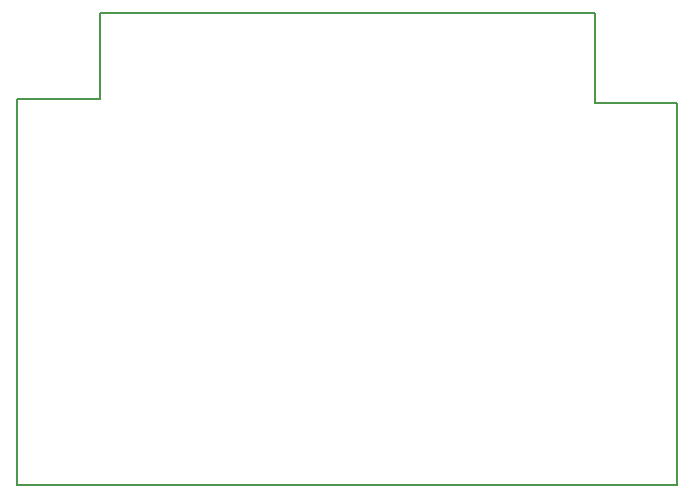
<source format=gbr>
G04 DipTrace 2.4.0.2*
%INBoardOutline.gbr*%
%MOIN*%
%ADD11C,0.0055*%
%FSLAX44Y44*%
G04*
G70*
G90*
G75*
G01*
%LNBoardOutline*%
%LPD*%
X3937Y3937D2*
D11*
Y16812D1*
X6687D1*
Y19687D1*
X23187D1*
Y16687D1*
X25937D1*
Y3937D1*
X3937D1*
M02*

</source>
